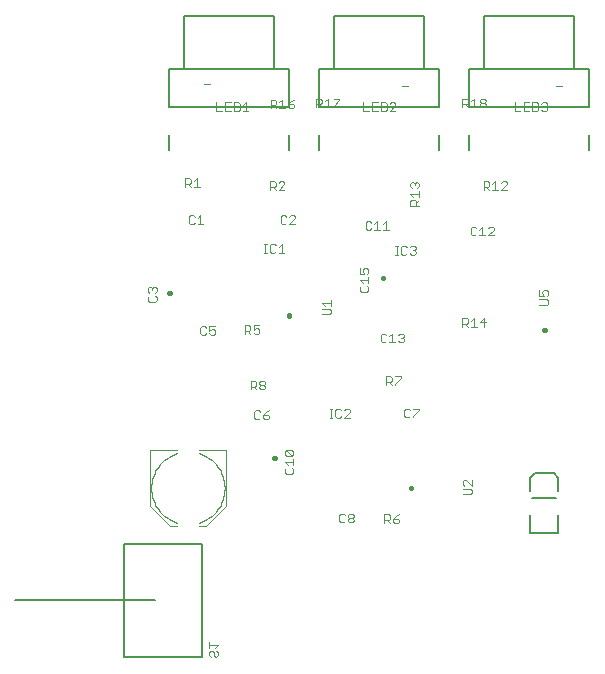
<source format=gbo>
G75*
%MOIN*%
%OFA0B0*%
%FSLAX24Y24*%
%IPPOS*%
%LPD*%
%AMOC8*
5,1,8,0,0,1.08239X$1,22.5*
%
%ADD10C,0.0030*%
%ADD11C,0.0160*%
%ADD12C,0.0050*%
%ADD13C,0.0080*%
%ADD14C,0.0040*%
D10*
X006593Y000424D02*
X006641Y000375D01*
X006593Y000424D02*
X006593Y000520D01*
X006641Y000569D01*
X006690Y000569D01*
X006738Y000520D01*
X006738Y000424D01*
X006786Y000375D01*
X006835Y000375D01*
X006883Y000424D01*
X006883Y000520D01*
X006835Y000569D01*
X006786Y000670D02*
X006883Y000767D01*
X006593Y000767D01*
X006593Y000863D02*
X006593Y000670D01*
X010925Y004901D02*
X010974Y004853D01*
X011070Y004853D01*
X011119Y004901D01*
X011220Y004901D02*
X011220Y004949D01*
X011268Y004998D01*
X011365Y004998D01*
X011414Y004949D01*
X011414Y004901D01*
X011365Y004853D01*
X011268Y004853D01*
X011220Y004901D01*
X011268Y004998D02*
X011220Y005046D01*
X011220Y005094D01*
X011268Y005143D01*
X011365Y005143D01*
X011414Y005094D01*
X011414Y005046D01*
X011365Y004998D01*
X011119Y005094D02*
X011070Y005143D01*
X010974Y005143D01*
X010925Y005094D01*
X010925Y004901D01*
X012436Y004929D02*
X012581Y004929D01*
X012630Y004978D01*
X012630Y005074D01*
X012581Y005123D01*
X012436Y005123D01*
X012436Y004833D01*
X012533Y004929D02*
X012630Y004833D01*
X012731Y004881D02*
X012779Y004833D01*
X012876Y004833D01*
X012924Y004881D01*
X012924Y004929D01*
X012876Y004978D01*
X012731Y004978D01*
X012731Y004881D01*
X012731Y004978D02*
X012827Y005074D01*
X012924Y005123D01*
X015049Y005784D02*
X015291Y005784D01*
X015339Y005833D01*
X015339Y005929D01*
X015291Y005978D01*
X015049Y005978D01*
X015097Y006079D02*
X015049Y006127D01*
X015049Y006224D01*
X015097Y006272D01*
X015146Y006272D01*
X015339Y006079D01*
X015339Y006272D01*
X013393Y008358D02*
X013393Y008406D01*
X013587Y008599D01*
X013587Y008648D01*
X013393Y008648D01*
X013292Y008599D02*
X013244Y008648D01*
X013147Y008648D01*
X013099Y008599D01*
X013099Y008406D01*
X013147Y008358D01*
X013244Y008358D01*
X013292Y008406D01*
X012783Y009428D02*
X012783Y009476D01*
X012976Y009669D01*
X012976Y009718D01*
X012783Y009718D01*
X012681Y009669D02*
X012681Y009573D01*
X012633Y009524D01*
X012488Y009524D01*
X012488Y009428D02*
X012488Y009718D01*
X012633Y009718D01*
X012681Y009669D01*
X012585Y009524D02*
X012681Y009428D01*
X012695Y010858D02*
X012695Y011148D01*
X012599Y011051D01*
X012497Y011099D02*
X012449Y011148D01*
X012352Y011148D01*
X012304Y011099D01*
X012304Y010906D01*
X012352Y010858D01*
X012449Y010858D01*
X012497Y010906D01*
X012599Y010858D02*
X012792Y010858D01*
X012893Y010906D02*
X012942Y010858D01*
X013038Y010858D01*
X013087Y010906D01*
X013087Y010954D01*
X013038Y011003D01*
X012990Y011003D01*
X013038Y011003D02*
X013087Y011051D01*
X013087Y011099D01*
X013038Y011148D01*
X012942Y011148D01*
X012893Y011099D01*
X011854Y012544D02*
X011903Y012592D01*
X011903Y012689D01*
X011854Y012737D01*
X011903Y012838D02*
X011903Y013032D01*
X011903Y012935D02*
X011613Y012935D01*
X011709Y012838D01*
X011661Y012737D02*
X011613Y012689D01*
X011613Y012592D01*
X011661Y012544D01*
X011854Y012544D01*
X011854Y013133D02*
X011903Y013181D01*
X011903Y013278D01*
X011854Y013326D01*
X011758Y013326D01*
X011709Y013278D01*
X011709Y013230D01*
X011758Y013133D01*
X011613Y013133D01*
X011613Y013326D01*
X011852Y014608D02*
X011949Y014608D01*
X011997Y014656D01*
X012099Y014608D02*
X012292Y014608D01*
X012195Y014608D02*
X012195Y014898D01*
X012099Y014801D01*
X011997Y014849D02*
X011949Y014898D01*
X011852Y014898D01*
X011804Y014849D01*
X011804Y014656D01*
X011852Y014608D01*
X012393Y014608D02*
X012587Y014608D01*
X012490Y014608D02*
X012490Y014898D01*
X012393Y014801D01*
X012792Y014069D02*
X012888Y014069D01*
X012840Y014069D02*
X012840Y013779D01*
X012792Y013779D02*
X012888Y013779D01*
X012988Y013827D02*
X013036Y013779D01*
X013133Y013779D01*
X013182Y013827D01*
X013283Y013827D02*
X013331Y013779D01*
X013428Y013779D01*
X013476Y013827D01*
X013476Y013876D01*
X013428Y013924D01*
X013379Y013924D01*
X013428Y013924D02*
X013476Y013972D01*
X013476Y014021D01*
X013428Y014069D01*
X013331Y014069D01*
X013283Y014021D01*
X013182Y014021D02*
X013133Y014069D01*
X013036Y014069D01*
X012988Y014021D01*
X012988Y013827D01*
X013293Y015415D02*
X013293Y015560D01*
X013341Y015608D01*
X013438Y015608D01*
X013486Y015560D01*
X013486Y015415D01*
X013486Y015512D02*
X013583Y015608D01*
X013583Y015710D02*
X013583Y015903D01*
X013583Y015806D02*
X013293Y015806D01*
X013389Y015710D01*
X013293Y015415D02*
X013583Y015415D01*
X013534Y016004D02*
X013583Y016053D01*
X013583Y016149D01*
X013534Y016198D01*
X013486Y016198D01*
X013438Y016149D01*
X013438Y016101D01*
X013438Y016149D02*
X013389Y016198D01*
X013341Y016198D01*
X013293Y016149D01*
X013293Y016053D01*
X013341Y016004D01*
X015304Y014662D02*
X015304Y014468D01*
X015352Y014420D01*
X015449Y014420D01*
X015497Y014468D01*
X015599Y014420D02*
X015792Y014420D01*
X015695Y014420D02*
X015695Y014710D01*
X015599Y014613D01*
X015497Y014662D02*
X015449Y014710D01*
X015352Y014710D01*
X015304Y014662D01*
X015893Y014662D02*
X015942Y014710D01*
X016038Y014710D01*
X016087Y014662D01*
X016087Y014613D01*
X015893Y014420D01*
X016087Y014420D01*
X016129Y015928D02*
X016129Y016218D01*
X016033Y016121D01*
X015931Y016169D02*
X015931Y016073D01*
X015883Y016024D01*
X015738Y016024D01*
X015738Y015928D02*
X015738Y016218D01*
X015883Y016218D01*
X015931Y016169D01*
X015835Y016024D02*
X015931Y015928D01*
X016033Y015928D02*
X016226Y015928D01*
X016327Y015928D02*
X016521Y016121D01*
X016521Y016169D01*
X016472Y016218D01*
X016376Y016218D01*
X016327Y016169D01*
X016327Y015928D02*
X016521Y015928D01*
X016775Y018565D02*
X016969Y018565D01*
X017070Y018565D02*
X017264Y018565D01*
X017365Y018565D02*
X017510Y018565D01*
X017558Y018613D01*
X017558Y018807D01*
X017510Y018855D01*
X017365Y018855D01*
X017365Y018565D01*
X017167Y018710D02*
X017070Y018710D01*
X017070Y018855D02*
X017070Y018565D01*
X017070Y018855D02*
X017264Y018855D01*
X017659Y018807D02*
X017708Y018855D01*
X017804Y018855D01*
X017853Y018807D01*
X017853Y018758D01*
X017804Y018710D01*
X017853Y018662D01*
X017853Y018613D01*
X017804Y018565D01*
X017708Y018565D01*
X017659Y018613D01*
X017756Y018710D02*
X017804Y018710D01*
X018150Y019410D02*
X018344Y019410D01*
X016775Y018855D02*
X016775Y018565D01*
X015808Y018738D02*
X015760Y018690D01*
X015663Y018690D01*
X015615Y018738D01*
X015615Y018787D01*
X015663Y018835D01*
X015760Y018835D01*
X015808Y018787D01*
X015808Y018738D01*
X015760Y018835D02*
X015808Y018883D01*
X015808Y018932D01*
X015760Y018980D01*
X015663Y018980D01*
X015615Y018932D01*
X015615Y018883D01*
X015663Y018835D01*
X015514Y018690D02*
X015320Y018690D01*
X015417Y018690D02*
X015417Y018980D01*
X015320Y018883D01*
X015219Y018835D02*
X015170Y018787D01*
X015025Y018787D01*
X015025Y018690D02*
X015025Y018980D01*
X015170Y018980D01*
X015219Y018932D01*
X015219Y018835D01*
X015122Y018787D02*
X015219Y018690D01*
X013219Y019410D02*
X013025Y019410D01*
X012754Y018855D02*
X012658Y018855D01*
X012609Y018807D01*
X012508Y018807D02*
X012508Y018613D01*
X012460Y018565D01*
X012315Y018565D01*
X012315Y018855D01*
X012460Y018855D01*
X012508Y018807D01*
X012754Y018855D02*
X012803Y018807D01*
X012803Y018758D01*
X012609Y018565D01*
X012803Y018565D01*
X012214Y018565D02*
X012020Y018565D01*
X012020Y018855D01*
X012214Y018855D01*
X012117Y018710D02*
X012020Y018710D01*
X011919Y018565D02*
X011725Y018565D01*
X011725Y018855D01*
X010933Y018932D02*
X010740Y018738D01*
X010740Y018690D01*
X010639Y018690D02*
X010445Y018690D01*
X010542Y018690D02*
X010542Y018980D01*
X010445Y018883D01*
X010344Y018835D02*
X010295Y018787D01*
X010150Y018787D01*
X010150Y018690D02*
X010150Y018980D01*
X010295Y018980D01*
X010344Y018932D01*
X010344Y018835D01*
X010247Y018787D02*
X010344Y018690D01*
X010740Y018980D02*
X010933Y018980D01*
X010933Y018932D01*
X009424Y018948D02*
X009327Y018899D01*
X009231Y018803D01*
X009376Y018803D01*
X009424Y018754D01*
X009424Y018706D01*
X009376Y018658D01*
X009279Y018658D01*
X009231Y018706D01*
X009231Y018803D01*
X009130Y018658D02*
X008936Y018658D01*
X009033Y018658D02*
X009033Y018948D01*
X008936Y018851D01*
X008835Y018899D02*
X008835Y018803D01*
X008787Y018754D01*
X008641Y018754D01*
X008641Y018658D02*
X008641Y018948D01*
X008787Y018948D01*
X008835Y018899D01*
X008738Y018754D02*
X008835Y018658D01*
X007903Y018565D02*
X007709Y018565D01*
X007806Y018565D02*
X007806Y018855D01*
X007709Y018758D01*
X007608Y018807D02*
X007560Y018855D01*
X007415Y018855D01*
X007415Y018565D01*
X007560Y018565D01*
X007608Y018613D01*
X007608Y018807D01*
X007314Y018855D02*
X007120Y018855D01*
X007120Y018565D01*
X007314Y018565D01*
X007217Y018710D02*
X007120Y018710D01*
X007019Y018565D02*
X006825Y018565D01*
X006825Y018855D01*
X006619Y019473D02*
X006425Y019473D01*
X006177Y016323D02*
X006177Y016033D01*
X006081Y016033D02*
X006274Y016033D01*
X006081Y016226D02*
X006177Y016323D01*
X005980Y016274D02*
X005980Y016178D01*
X005931Y016129D01*
X005786Y016129D01*
X005786Y016033D02*
X005786Y016323D01*
X005931Y016323D01*
X005980Y016274D01*
X005883Y016129D02*
X005980Y016033D01*
X005959Y015085D02*
X005911Y015037D01*
X005911Y014843D01*
X005959Y014795D01*
X006056Y014795D01*
X006105Y014843D01*
X006206Y014795D02*
X006399Y014795D01*
X006302Y014795D02*
X006302Y015085D01*
X006206Y014988D01*
X006105Y015037D02*
X006056Y015085D01*
X005959Y015085D01*
X008417Y014132D02*
X008513Y014132D01*
X008465Y014132D02*
X008465Y013841D01*
X008417Y013841D02*
X008513Y013841D01*
X008613Y013890D02*
X008613Y014083D01*
X008661Y014132D01*
X008758Y014132D01*
X008807Y014083D01*
X008908Y014035D02*
X009004Y014132D01*
X009004Y013841D01*
X008908Y013841D02*
X009101Y013841D01*
X008807Y013890D02*
X008758Y013841D01*
X008661Y013841D01*
X008613Y013890D01*
X009022Y014795D02*
X009119Y014795D01*
X009167Y014843D01*
X009268Y014795D02*
X009462Y014988D01*
X009462Y015037D01*
X009413Y015085D01*
X009317Y015085D01*
X009268Y015037D01*
X009167Y015037D02*
X009119Y015085D01*
X009022Y015085D01*
X008974Y015037D01*
X008974Y014843D01*
X009022Y014795D01*
X009268Y014795D02*
X009462Y014795D01*
X009101Y015928D02*
X008908Y015928D01*
X009101Y016121D01*
X009101Y016169D01*
X009053Y016218D01*
X008956Y016218D01*
X008908Y016169D01*
X008806Y016169D02*
X008806Y016073D01*
X008758Y016024D01*
X008613Y016024D01*
X008613Y015928D02*
X008613Y016218D01*
X008758Y016218D01*
X008806Y016169D01*
X008710Y016024D02*
X008806Y015928D01*
X010652Y012272D02*
X010652Y012079D01*
X010652Y012176D02*
X010362Y012176D01*
X010458Y012079D01*
X010362Y011978D02*
X010603Y011978D01*
X010652Y011929D01*
X010652Y011833D01*
X010603Y011784D01*
X010362Y011784D01*
X008264Y011418D02*
X008070Y011418D01*
X008070Y011273D01*
X008167Y011321D01*
X008215Y011321D01*
X008264Y011273D01*
X008264Y011176D01*
X008215Y011128D01*
X008118Y011128D01*
X008070Y011176D01*
X007969Y011128D02*
X007872Y011224D01*
X007920Y011224D02*
X007775Y011224D01*
X007775Y011128D02*
X007775Y011418D01*
X007920Y011418D01*
X007969Y011369D01*
X007969Y011273D01*
X007920Y011224D01*
X006789Y011248D02*
X006789Y011151D01*
X006740Y011103D01*
X006643Y011103D01*
X006595Y011151D01*
X006595Y011248D02*
X006692Y011296D01*
X006740Y011296D01*
X006789Y011248D01*
X006789Y011393D02*
X006595Y011393D01*
X006595Y011248D01*
X006494Y011344D02*
X006445Y011393D01*
X006349Y011393D01*
X006300Y011344D01*
X006300Y011151D01*
X006349Y011103D01*
X006445Y011103D01*
X006494Y011151D01*
X004840Y012262D02*
X004792Y012213D01*
X004598Y012213D01*
X004550Y012262D01*
X004550Y012358D01*
X004598Y012407D01*
X004598Y012508D02*
X004550Y012556D01*
X004550Y012653D01*
X004598Y012701D01*
X004647Y012701D01*
X004695Y012653D01*
X004744Y012701D01*
X004792Y012701D01*
X004840Y012653D01*
X004840Y012556D01*
X004792Y012508D01*
X004792Y012407D02*
X004840Y012358D01*
X004840Y012262D01*
X004695Y012605D02*
X004695Y012653D01*
X007974Y009573D02*
X007974Y009283D01*
X007974Y009379D02*
X008119Y009379D01*
X008167Y009428D01*
X008167Y009524D01*
X008119Y009573D01*
X007974Y009573D01*
X008070Y009379D02*
X008167Y009283D01*
X008268Y009331D02*
X008268Y009379D01*
X008317Y009428D01*
X008413Y009428D01*
X008462Y009379D01*
X008462Y009331D01*
X008413Y009283D01*
X008317Y009283D01*
X008268Y009331D01*
X008317Y009428D02*
X008268Y009476D01*
X008268Y009524D01*
X008317Y009573D01*
X008413Y009573D01*
X008462Y009524D01*
X008462Y009476D01*
X008413Y009428D01*
X008244Y008585D02*
X008147Y008585D01*
X008099Y008537D01*
X008099Y008343D01*
X008147Y008295D01*
X008244Y008295D01*
X008292Y008343D01*
X008393Y008343D02*
X008442Y008295D01*
X008538Y008295D01*
X008587Y008343D01*
X008587Y008392D01*
X008538Y008440D01*
X008393Y008440D01*
X008393Y008343D01*
X008393Y008440D02*
X008490Y008537D01*
X008587Y008585D01*
X008292Y008537D02*
X008244Y008585D01*
X009161Y007264D02*
X009354Y007070D01*
X009403Y007119D01*
X009403Y007215D01*
X009354Y007264D01*
X009161Y007264D01*
X009113Y007215D01*
X009113Y007119D01*
X009161Y007070D01*
X009354Y007070D01*
X009403Y006969D02*
X009403Y006776D01*
X009403Y006872D02*
X009113Y006872D01*
X009209Y006776D01*
X009161Y006675D02*
X009113Y006626D01*
X009113Y006529D01*
X009161Y006481D01*
X009354Y006481D01*
X009403Y006529D01*
X009403Y006626D01*
X009354Y006675D01*
X010604Y008341D02*
X010701Y008341D01*
X010652Y008341D02*
X010652Y008632D01*
X010604Y008632D02*
X010701Y008632D01*
X010801Y008583D02*
X010801Y008390D01*
X010849Y008341D01*
X010946Y008341D01*
X010994Y008390D01*
X011095Y008341D02*
X011289Y008535D01*
X011289Y008583D01*
X011240Y008632D01*
X011144Y008632D01*
X011095Y008583D01*
X010994Y008583D02*
X010946Y008632D01*
X010849Y008632D01*
X010801Y008583D01*
X011095Y008341D02*
X011289Y008341D01*
X015025Y011378D02*
X015025Y011668D01*
X015170Y011668D01*
X015219Y011619D01*
X015219Y011523D01*
X015170Y011474D01*
X015025Y011474D01*
X015122Y011474D02*
X015219Y011378D01*
X015320Y011378D02*
X015514Y011378D01*
X015417Y011378D02*
X015417Y011668D01*
X015320Y011571D01*
X015615Y011523D02*
X015808Y011523D01*
X015760Y011378D02*
X015760Y011668D01*
X015615Y011523D01*
X017596Y012097D02*
X017838Y012097D01*
X017886Y012145D01*
X017886Y012242D01*
X017838Y012290D01*
X017596Y012290D01*
X017596Y012391D02*
X017741Y012391D01*
X017693Y012488D01*
X017693Y012536D01*
X017741Y012585D01*
X017838Y012585D01*
X017886Y012536D01*
X017886Y012440D01*
X017838Y012391D01*
X017596Y012391D02*
X017596Y012585D01*
D11*
X017748Y011250D02*
X017772Y011250D01*
X012397Y013000D02*
X012373Y013000D01*
X009260Y011762D02*
X009260Y011738D01*
X005272Y012500D02*
X005248Y012500D01*
X008748Y007000D02*
X008772Y007000D01*
X013311Y006000D02*
X013335Y006000D01*
D12*
X004790Y002250D02*
X000125Y002250D01*
X003763Y000360D02*
X003763Y004140D01*
X006369Y004140D01*
X006369Y000360D01*
X003763Y000360D01*
X017360Y005650D02*
X018160Y005650D01*
X019260Y018700D02*
X015260Y018700D01*
X015260Y019950D01*
X019260Y019950D01*
X019260Y018700D01*
X018760Y020000D02*
X018760Y021720D01*
X015760Y021720D01*
X015760Y020000D01*
X014260Y019950D02*
X014260Y018700D01*
X010260Y018700D01*
X010260Y019950D01*
X014260Y019950D01*
X013760Y020000D02*
X013760Y021720D01*
X010760Y021720D01*
X010760Y020000D01*
X009260Y019950D02*
X009260Y018700D01*
X005260Y018700D01*
X005260Y019950D01*
X009260Y019950D01*
X008760Y020000D02*
X008760Y021720D01*
X005760Y021720D01*
X005760Y020000D01*
D13*
X005260Y017750D02*
X005260Y017250D01*
X009260Y017250D02*
X009260Y017750D01*
X010260Y017750D02*
X010260Y017250D01*
X014260Y017250D02*
X014260Y017750D01*
X015260Y017750D02*
X015260Y017250D01*
X019260Y017250D02*
X019260Y017750D01*
X018075Y006484D02*
X017445Y006484D01*
X017288Y006327D01*
X017288Y005894D01*
X017288Y005106D02*
X017288Y004516D01*
X018233Y004516D01*
X018233Y005106D01*
X018233Y005894D02*
X018233Y006327D01*
X018075Y006484D01*
D14*
X007165Y007280D02*
X007165Y005390D01*
X006496Y004720D01*
X006259Y004720D01*
X005511Y004720D02*
X005275Y004720D01*
X004606Y005390D01*
X004606Y007280D01*
X005511Y007280D01*
X006259Y007280D02*
X007165Y007280D01*
X005511Y007161D02*
X005447Y007139D01*
X005384Y007112D01*
X005322Y007082D01*
X005263Y007049D01*
X005205Y007013D01*
X005149Y006973D01*
X005096Y006930D01*
X005045Y006885D01*
X004997Y006837D01*
X004952Y006786D01*
X004909Y006732D01*
X004870Y006676D01*
X004833Y006619D01*
X004800Y006559D01*
X004771Y006497D01*
X004745Y006434D01*
X004722Y006370D01*
X004703Y006304D01*
X004688Y006237D01*
X004677Y006170D01*
X004669Y006102D01*
X004665Y006034D01*
X004665Y005966D01*
X004669Y005898D01*
X004677Y005830D01*
X004688Y005763D01*
X004703Y005696D01*
X004722Y005630D01*
X004745Y005566D01*
X004771Y005503D01*
X004800Y005441D01*
X004833Y005381D01*
X004870Y005324D01*
X004909Y005268D01*
X004952Y005214D01*
X004997Y005163D01*
X005045Y005115D01*
X005096Y005070D01*
X005149Y005027D01*
X005205Y004987D01*
X005263Y004951D01*
X005322Y004918D01*
X005384Y004888D01*
X005447Y004861D01*
X005511Y004839D01*
X006259Y004839D02*
X006323Y004861D01*
X006386Y004888D01*
X006448Y004918D01*
X006507Y004951D01*
X006565Y004987D01*
X006621Y005027D01*
X006674Y005070D01*
X006725Y005115D01*
X006773Y005163D01*
X006818Y005214D01*
X006861Y005268D01*
X006900Y005324D01*
X006937Y005381D01*
X006970Y005441D01*
X006999Y005503D01*
X007025Y005566D01*
X007048Y005630D01*
X007067Y005696D01*
X007082Y005763D01*
X007093Y005830D01*
X007101Y005898D01*
X007105Y005966D01*
X007105Y006034D01*
X007101Y006102D01*
X007093Y006170D01*
X007082Y006237D01*
X007067Y006304D01*
X007048Y006370D01*
X007025Y006434D01*
X006999Y006497D01*
X006970Y006559D01*
X006937Y006619D01*
X006900Y006676D01*
X006861Y006732D01*
X006818Y006786D01*
X006773Y006837D01*
X006725Y006885D01*
X006674Y006930D01*
X006621Y006973D01*
X006565Y007013D01*
X006507Y007049D01*
X006448Y007082D01*
X006386Y007112D01*
X006323Y007139D01*
X006259Y007161D01*
M02*

</source>
